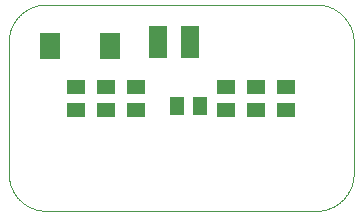
<source format=gbp>
G04 EAGLE Gerber X2 export*
G75*
%MOMM*%
%FSLAX35Y35*%
%LPD*%
%AMOC8*
5,1,8,0,0,1.08239X$1,22.5*%
G01*
%ADD10C,0.000000*%
%ADD11R,1.300000X1.500000*%
%ADD12R,1.500000X1.300000*%
%ADD13R,1.500000X2.700000*%
%ADD14R,1.800000X2.200000*%


D10*
X1016000Y1587500D02*
X1016093Y1579828D01*
X1016371Y1572161D01*
X1016834Y1564502D01*
X1017482Y1556857D01*
X1018315Y1549230D01*
X1019332Y1541625D01*
X1020532Y1534047D01*
X1021915Y1526500D01*
X1023480Y1518989D01*
X1025226Y1511517D01*
X1027152Y1504090D01*
X1029257Y1496712D01*
X1031540Y1489387D01*
X1033998Y1482119D01*
X1036632Y1474913D01*
X1039440Y1467772D01*
X1042418Y1460702D01*
X1045567Y1453705D01*
X1048884Y1446787D01*
X1052368Y1439950D01*
X1056015Y1433200D01*
X1059825Y1426540D01*
X1063794Y1419974D01*
X1067921Y1413506D01*
X1072203Y1407139D01*
X1076637Y1400878D01*
X1081222Y1394726D01*
X1085953Y1388686D01*
X1090830Y1382763D01*
X1095848Y1376959D01*
X1101005Y1371277D01*
X1106297Y1365723D01*
X1111723Y1360297D01*
X1117277Y1355005D01*
X1122959Y1349848D01*
X1128763Y1344830D01*
X1134686Y1339953D01*
X1140726Y1335222D01*
X1146878Y1330637D01*
X1153139Y1326203D01*
X1159506Y1321921D01*
X1165974Y1317794D01*
X1172540Y1313825D01*
X1179200Y1310015D01*
X1185950Y1306368D01*
X1192787Y1302884D01*
X1199705Y1299567D01*
X1206702Y1296418D01*
X1213772Y1293440D01*
X1220913Y1290632D01*
X1228119Y1287998D01*
X1235387Y1285540D01*
X1242712Y1283257D01*
X1250090Y1281152D01*
X1257517Y1279226D01*
X1264989Y1277480D01*
X1272500Y1275915D01*
X1280047Y1274532D01*
X1287625Y1273332D01*
X1295230Y1272315D01*
X1302857Y1271482D01*
X1310502Y1270834D01*
X1318161Y1270371D01*
X1325828Y1270093D01*
X1333500Y1270000D01*
X1016000Y2698750D02*
X1016093Y2706422D01*
X1016371Y2714089D01*
X1016834Y2721748D01*
X1017482Y2729393D01*
X1018315Y2737020D01*
X1019332Y2744625D01*
X1020532Y2752203D01*
X1021915Y2759750D01*
X1023480Y2767261D01*
X1025226Y2774733D01*
X1027152Y2782160D01*
X1029257Y2789538D01*
X1031540Y2796863D01*
X1033998Y2804131D01*
X1036632Y2811337D01*
X1039440Y2818478D01*
X1042418Y2825548D01*
X1045567Y2832545D01*
X1048884Y2839463D01*
X1052368Y2846300D01*
X1056015Y2853050D01*
X1059825Y2859710D01*
X1063794Y2866276D01*
X1067921Y2872744D01*
X1072203Y2879111D01*
X1076637Y2885372D01*
X1081222Y2891524D01*
X1085953Y2897564D01*
X1090830Y2903487D01*
X1095848Y2909291D01*
X1101005Y2914973D01*
X1106297Y2920527D01*
X1111723Y2925953D01*
X1117277Y2931245D01*
X1122959Y2936402D01*
X1128763Y2941420D01*
X1134686Y2946297D01*
X1140726Y2951028D01*
X1146878Y2955613D01*
X1153139Y2960047D01*
X1159506Y2964329D01*
X1165974Y2968456D01*
X1172540Y2972425D01*
X1179200Y2976235D01*
X1185950Y2979882D01*
X1192787Y2983366D01*
X1199705Y2986683D01*
X1206702Y2989832D01*
X1213772Y2992810D01*
X1220913Y2995618D01*
X1228119Y2998252D01*
X1235387Y3000710D01*
X1242712Y3002993D01*
X1250090Y3005098D01*
X1257517Y3007024D01*
X1264989Y3008770D01*
X1272500Y3010335D01*
X1280047Y3011718D01*
X1287625Y3012918D01*
X1295230Y3013935D01*
X1302857Y3014768D01*
X1310502Y3015416D01*
X1318161Y3015879D01*
X1325828Y3016157D01*
X1333500Y3016250D01*
X3619500Y3016250D02*
X3627172Y3016157D01*
X3634839Y3015879D01*
X3642498Y3015416D01*
X3650143Y3014768D01*
X3657770Y3013935D01*
X3665375Y3012918D01*
X3672953Y3011718D01*
X3680500Y3010335D01*
X3688011Y3008770D01*
X3695483Y3007024D01*
X3702910Y3005098D01*
X3710288Y3002993D01*
X3717613Y3000710D01*
X3724881Y2998252D01*
X3732087Y2995618D01*
X3739228Y2992810D01*
X3746298Y2989832D01*
X3753295Y2986683D01*
X3760213Y2983366D01*
X3767050Y2979882D01*
X3773800Y2976235D01*
X3780460Y2972425D01*
X3787026Y2968456D01*
X3793494Y2964329D01*
X3799861Y2960047D01*
X3806122Y2955613D01*
X3812274Y2951028D01*
X3818314Y2946297D01*
X3824237Y2941420D01*
X3830041Y2936402D01*
X3835723Y2931245D01*
X3841277Y2925953D01*
X3846703Y2920527D01*
X3851995Y2914973D01*
X3857152Y2909291D01*
X3862170Y2903487D01*
X3867047Y2897564D01*
X3871778Y2891524D01*
X3876363Y2885372D01*
X3880797Y2879111D01*
X3885079Y2872744D01*
X3889206Y2866276D01*
X3893175Y2859710D01*
X3896985Y2853050D01*
X3900632Y2846300D01*
X3904116Y2839463D01*
X3907433Y2832545D01*
X3910582Y2825548D01*
X3913560Y2818478D01*
X3916368Y2811337D01*
X3919002Y2804131D01*
X3921460Y2796863D01*
X3923743Y2789538D01*
X3925848Y2782160D01*
X3927774Y2774733D01*
X3929520Y2767261D01*
X3931085Y2759750D01*
X3932468Y2752203D01*
X3933668Y2744625D01*
X3934685Y2737020D01*
X3935518Y2729393D01*
X3936166Y2721748D01*
X3936629Y2714089D01*
X3936907Y2706422D01*
X3937000Y2698750D01*
X3937000Y1587500D02*
X3936907Y1579828D01*
X3936629Y1572161D01*
X3936166Y1564502D01*
X3935518Y1556857D01*
X3934685Y1549230D01*
X3933668Y1541625D01*
X3932468Y1534047D01*
X3931085Y1526500D01*
X3929520Y1518989D01*
X3927774Y1511517D01*
X3925848Y1504090D01*
X3923743Y1496712D01*
X3921460Y1489387D01*
X3919002Y1482119D01*
X3916368Y1474913D01*
X3913560Y1467772D01*
X3910582Y1460702D01*
X3907433Y1453705D01*
X3904116Y1446787D01*
X3900632Y1439950D01*
X3896985Y1433200D01*
X3893175Y1426540D01*
X3889206Y1419974D01*
X3885079Y1413506D01*
X3880797Y1407139D01*
X3876363Y1400878D01*
X3871778Y1394726D01*
X3867047Y1388686D01*
X3862170Y1382763D01*
X3857152Y1376959D01*
X3851995Y1371277D01*
X3846703Y1365723D01*
X3841277Y1360297D01*
X3835723Y1355005D01*
X3830041Y1349848D01*
X3824237Y1344830D01*
X3818314Y1339953D01*
X3812274Y1335222D01*
X3806122Y1330637D01*
X3799861Y1326203D01*
X3793494Y1321921D01*
X3787026Y1317794D01*
X3780460Y1313825D01*
X3773800Y1310015D01*
X3767050Y1306368D01*
X3760213Y1302884D01*
X3753295Y1299567D01*
X3746298Y1296418D01*
X3739228Y1293440D01*
X3732087Y1290632D01*
X3724881Y1287998D01*
X3717613Y1285540D01*
X3710288Y1283257D01*
X3702910Y1281152D01*
X3695483Y1279226D01*
X3688011Y1277480D01*
X3680500Y1275915D01*
X3672953Y1274532D01*
X3665375Y1273332D01*
X3657770Y1272315D01*
X3650143Y1271482D01*
X3642498Y1270834D01*
X3634839Y1270371D01*
X3627172Y1270093D01*
X3619500Y1270000D01*
X3619500Y3016250D02*
X1333500Y3016250D01*
X1016000Y2698750D02*
X1016000Y1587500D01*
X1333500Y1270000D02*
X3619500Y1270000D01*
X3937000Y1587500D02*
X3937000Y2698750D01*
D11*
X2445000Y2159000D03*
X2635000Y2159000D03*
D12*
X2095500Y2127500D03*
X2095500Y2317500D03*
D13*
X2278000Y2697750D03*
X2548000Y2699750D03*
D12*
X2857500Y2127500D03*
X2857500Y2317500D03*
X3111500Y2127500D03*
X3111500Y2317500D03*
X3365500Y2127500D03*
X3365500Y2317500D03*
X1841500Y2127500D03*
X1841500Y2317500D03*
X1587500Y2127500D03*
X1587500Y2317500D03*
D14*
X1364250Y2667000D03*
X1874250Y2667000D03*
M02*

</source>
